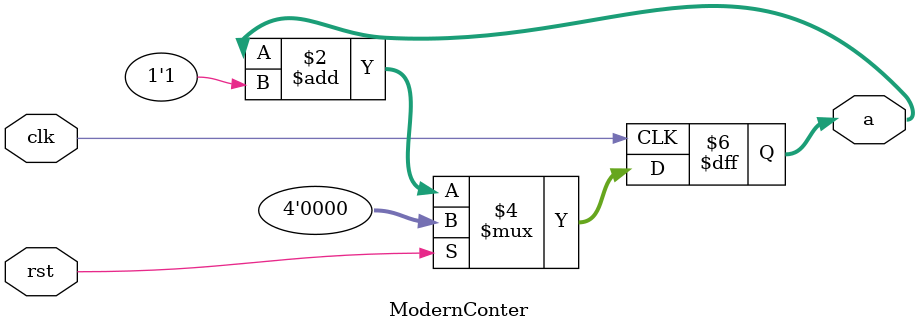
<source format=v>
`timescale 1ns / 1ps
module ModernConter(rst, clk, 
    a);
input rst;
input clk;
output reg [3:0] a;

always @ (posedge clk) begin

	if(rst)
		a <= 4'b0000;
	
	else
		a <= a+1'b1;
		
end

endmodule

</source>
